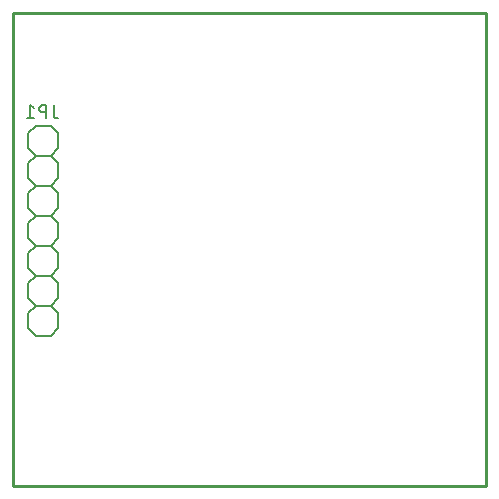
<source format=gbr>
G04 EAGLE Gerber RS-274X export*
G75*
%MOMM*%
%FSLAX34Y34*%
%LPD*%
%INSilkscreen Bottom*%
%IPPOS*%
%AMOC8*
5,1,8,0,0,1.08239X$1,22.5*%
G01*
G04 Define Apertures*
%ADD10C,0.152400*%
%ADD11C,0.203200*%
%ADD12C,0.254000*%
D10*
X19050Y177800D02*
X12700Y171450D01*
X12700Y158750D01*
X19050Y152400D01*
X31750Y152400D01*
X38100Y158750D01*
X38100Y171450D01*
X31750Y177800D01*
X12700Y209550D02*
X12700Y222250D01*
X12700Y209550D02*
X19050Y203200D01*
X31750Y203200D01*
X38100Y209550D01*
X19050Y203200D02*
X12700Y196850D01*
X12700Y184150D01*
X19050Y177800D01*
X31750Y177800D01*
X38100Y184150D01*
X38100Y196850D01*
X31750Y203200D01*
X12700Y247650D02*
X19050Y254000D01*
X12700Y247650D02*
X12700Y234950D01*
X19050Y228600D01*
X31750Y228600D01*
X38100Y234950D01*
X38100Y247650D01*
X31750Y254000D01*
X19050Y228600D02*
X12700Y222250D01*
X31750Y228600D02*
X38100Y222250D01*
X38100Y209550D01*
X12700Y285750D02*
X12700Y298450D01*
X12700Y285750D02*
X19050Y279400D01*
X31750Y279400D01*
X38100Y285750D01*
X19050Y279400D02*
X12700Y273050D01*
X12700Y260350D01*
X19050Y254000D01*
X31750Y254000D01*
X38100Y260350D01*
X38100Y273050D01*
X31750Y279400D01*
X31750Y304800D02*
X19050Y304800D01*
X12700Y298450D01*
X31750Y304800D02*
X38100Y298450D01*
X38100Y285750D01*
X12700Y146050D02*
X12700Y133350D01*
X19050Y127000D01*
X31750Y127000D01*
X38100Y133350D01*
X19050Y152400D02*
X12700Y146050D01*
X31750Y152400D02*
X38100Y146050D01*
X38100Y133350D01*
D11*
X34290Y313775D02*
X34290Y322072D01*
X34290Y313775D02*
X34292Y313680D01*
X34298Y313584D01*
X34307Y313489D01*
X34321Y313395D01*
X34338Y313301D01*
X34359Y313208D01*
X34384Y313115D01*
X34412Y313024D01*
X34444Y312934D01*
X34480Y312846D01*
X34519Y312759D01*
X34562Y312673D01*
X34608Y312590D01*
X34657Y312508D01*
X34710Y312428D01*
X34766Y312351D01*
X34824Y312275D01*
X34886Y312203D01*
X34951Y312133D01*
X35019Y312065D01*
X35089Y312000D01*
X35161Y311938D01*
X35237Y311880D01*
X35314Y311824D01*
X35394Y311771D01*
X35475Y311722D01*
X35559Y311676D01*
X35645Y311633D01*
X35732Y311594D01*
X35820Y311558D01*
X35910Y311526D01*
X36001Y311498D01*
X36094Y311473D01*
X36187Y311452D01*
X36281Y311435D01*
X36375Y311421D01*
X36470Y311412D01*
X36566Y311406D01*
X36661Y311404D01*
X37846Y311404D01*
X27840Y311404D02*
X27840Y322072D01*
X24877Y322072D01*
X24770Y322070D01*
X24663Y322064D01*
X24557Y322055D01*
X24451Y322041D01*
X24345Y322024D01*
X24240Y322003D01*
X24136Y321978D01*
X24033Y321949D01*
X23931Y321917D01*
X23830Y321881D01*
X23731Y321841D01*
X23633Y321798D01*
X23537Y321751D01*
X23442Y321701D01*
X23349Y321648D01*
X23259Y321591D01*
X23170Y321531D01*
X23084Y321468D01*
X23000Y321402D01*
X22918Y321332D01*
X22839Y321260D01*
X22763Y321185D01*
X22689Y321107D01*
X22619Y321027D01*
X22551Y320944D01*
X22486Y320859D01*
X22425Y320772D01*
X22366Y320682D01*
X22311Y320591D01*
X22259Y320497D01*
X22211Y320401D01*
X22166Y320304D01*
X22124Y320206D01*
X22087Y320106D01*
X22052Y320004D01*
X22022Y319902D01*
X21995Y319798D01*
X21972Y319694D01*
X21953Y319588D01*
X21938Y319482D01*
X21926Y319376D01*
X21918Y319269D01*
X21914Y319162D01*
X21914Y319056D01*
X21918Y318949D01*
X21926Y318842D01*
X21938Y318736D01*
X21953Y318630D01*
X21972Y318524D01*
X21995Y318420D01*
X22022Y318316D01*
X22052Y318214D01*
X22087Y318112D01*
X22124Y318012D01*
X22166Y317914D01*
X22211Y317817D01*
X22259Y317721D01*
X22311Y317628D01*
X22366Y317536D01*
X22425Y317446D01*
X22486Y317359D01*
X22551Y317274D01*
X22619Y317191D01*
X22689Y317111D01*
X22763Y317033D01*
X22839Y316958D01*
X22918Y316886D01*
X23000Y316816D01*
X23084Y316750D01*
X23170Y316687D01*
X23259Y316627D01*
X23349Y316570D01*
X23442Y316517D01*
X23537Y316467D01*
X23633Y316420D01*
X23731Y316377D01*
X23830Y316337D01*
X23931Y316301D01*
X24033Y316269D01*
X24136Y316240D01*
X24240Y316215D01*
X24345Y316194D01*
X24451Y316177D01*
X24557Y316163D01*
X24663Y316154D01*
X24770Y316148D01*
X24877Y316146D01*
X24877Y316145D02*
X27840Y316145D01*
X17045Y319701D02*
X14082Y322072D01*
X14082Y311404D01*
X17045Y311404D02*
X11119Y311404D01*
D12*
X0Y0D02*
X400000Y0D01*
X400000Y400000D01*
X0Y400000D01*
X0Y0D01*
M02*

</source>
